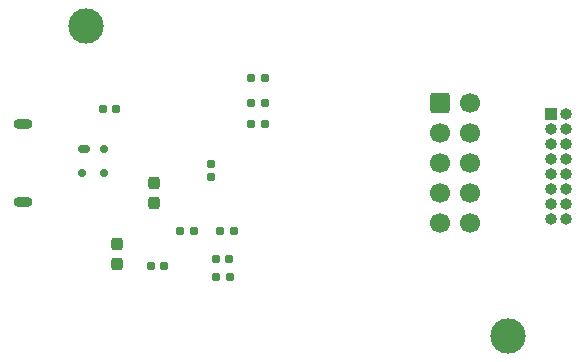
<source format=gbr>
%TF.GenerationSoftware,KiCad,Pcbnew,8.0.5*%
%TF.CreationDate,2024-10-07T14:28:25-07:00*%
%TF.ProjectId,USB_SPII2CK,5553425f-5350-4494-9932-434b2e6b6963,rev?*%
%TF.SameCoordinates,Original*%
%TF.FileFunction,Soldermask,Bot*%
%TF.FilePolarity,Negative*%
%FSLAX46Y46*%
G04 Gerber Fmt 4.6, Leading zero omitted, Abs format (unit mm)*
G04 Created by KiCad (PCBNEW 8.0.5) date 2024-10-07 14:28:25*
%MOMM*%
%LPD*%
G01*
G04 APERTURE LIST*
G04 Aperture macros list*
%AMRoundRect*
0 Rectangle with rounded corners*
0 $1 Rounding radius*
0 $2 $3 $4 $5 $6 $7 $8 $9 X,Y pos of 4 corners*
0 Add a 4 corners polygon primitive as box body*
4,1,4,$2,$3,$4,$5,$6,$7,$8,$9,$2,$3,0*
0 Add four circle primitives for the rounded corners*
1,1,$1+$1,$2,$3*
1,1,$1+$1,$4,$5*
1,1,$1+$1,$6,$7*
1,1,$1+$1,$8,$9*
0 Add four rect primitives between the rounded corners*
20,1,$1+$1,$2,$3,$4,$5,0*
20,1,$1+$1,$4,$5,$6,$7,0*
20,1,$1+$1,$6,$7,$8,$9,0*
20,1,$1+$1,$8,$9,$2,$3,0*%
G04 Aperture macros list end*
%ADD10O,1.600000X0.900000*%
%ADD11RoundRect,0.250000X-0.600000X-0.600000X0.600000X-0.600000X0.600000X0.600000X-0.600000X0.600000X0*%
%ADD12C,1.700000*%
%ADD13R,1.000000X1.000000*%
%ADD14O,1.000000X1.000000*%
%ADD15RoundRect,0.155000X0.212500X0.155000X-0.212500X0.155000X-0.212500X-0.155000X0.212500X-0.155000X0*%
%ADD16RoundRect,0.160000X0.197500X0.160000X-0.197500X0.160000X-0.197500X-0.160000X0.197500X-0.160000X0*%
%ADD17C,3.000000*%
%ADD18RoundRect,0.155000X-0.212500X-0.155000X0.212500X-0.155000X0.212500X0.155000X-0.212500X0.155000X0*%
%ADD19RoundRect,0.237500X-0.237500X0.300000X-0.237500X-0.300000X0.237500X-0.300000X0.237500X0.300000X0*%
%ADD20RoundRect,0.155000X-0.155000X0.212500X-0.155000X-0.212500X0.155000X-0.212500X0.155000X0.212500X0*%
%ADD21RoundRect,0.175000X-0.325000X0.175000X-0.325000X-0.175000X0.325000X-0.175000X0.325000X0.175000X0*%
%ADD22RoundRect,0.150000X-0.150000X0.200000X-0.150000X-0.200000X0.150000X-0.200000X0.150000X0.200000X0*%
G04 APERTURE END LIST*
D10*
%TO.C,J4*%
X124200000Y-94400000D03*
X124200000Y-101000000D03*
%TD*%
D11*
%TO.C,J1*%
X159500000Y-92640000D03*
D12*
X162040000Y-92640000D03*
X159500000Y-95180000D03*
X162040000Y-95180000D03*
X159500000Y-97720000D03*
X162040000Y-97720000D03*
X159500000Y-100260000D03*
X162040000Y-100260000D03*
X159500000Y-102800000D03*
X162040000Y-102800000D03*
%TD*%
D13*
%TO.C,J6*%
X168830000Y-93520000D03*
D14*
X170100000Y-93520000D03*
X168830000Y-94790000D03*
X170100000Y-94790000D03*
X168830000Y-96060000D03*
X170100000Y-96060000D03*
X168830000Y-97330000D03*
X170100000Y-97330000D03*
X168830000Y-98600000D03*
X170100000Y-98600000D03*
X168830000Y-99870000D03*
X170100000Y-99870000D03*
X168830000Y-101140000D03*
X170100000Y-101140000D03*
X168830000Y-102410000D03*
X170100000Y-102410000D03*
%TD*%
D15*
%TO.C,C9*%
X141635000Y-105800000D03*
X140500000Y-105800000D03*
%TD*%
%TO.C,C8*%
X136135000Y-106400000D03*
X135000000Y-106400000D03*
%TD*%
%TO.C,C1*%
X141667500Y-107300000D03*
X140532500Y-107300000D03*
%TD*%
D16*
%TO.C,R8*%
X144695000Y-92600000D03*
X143500000Y-92600000D03*
%TD*%
D15*
%TO.C,C14*%
X142000000Y-103400000D03*
X140865000Y-103400000D03*
%TD*%
D17*
%TO.C,FID4*%
X165200000Y-112300000D03*
%TD*%
D18*
%TO.C,C12*%
X130932500Y-93100000D03*
X132067500Y-93100000D03*
%TD*%
D19*
%TO.C,FB1*%
X132100000Y-104537500D03*
X132100000Y-106262500D03*
%TD*%
D17*
%TO.C,FID3*%
X129500000Y-86100000D03*
%TD*%
D20*
%TO.C,C3*%
X140100000Y-97732500D03*
X140100000Y-98867500D03*
%TD*%
D15*
%TO.C,C13*%
X138635000Y-103400000D03*
X137500000Y-103400000D03*
%TD*%
D21*
%TO.C,D1*%
X129350000Y-96500000D03*
D22*
X131050000Y-96500000D03*
X131050000Y-98500000D03*
X129150000Y-98500000D03*
%TD*%
D19*
%TO.C,FB2*%
X135300000Y-99375000D03*
X135300000Y-101100000D03*
%TD*%
D16*
%TO.C,R9*%
X144695000Y-90500000D03*
X143500000Y-90500000D03*
%TD*%
%TO.C,R7*%
X144695000Y-94400000D03*
X143500000Y-94400000D03*
%TD*%
M02*

</source>
